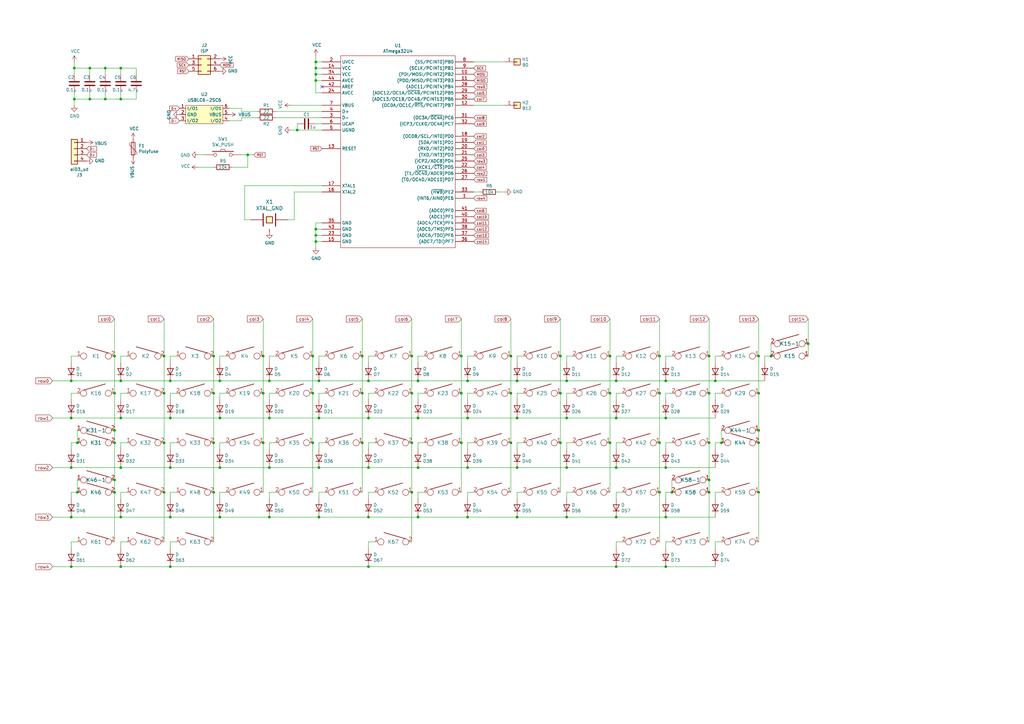
<source format=kicad_sch>
(kicad_sch (version 20211123) (generator eeschema)
  (paper "A3")
  (junction (at 101.6 63.5))
  (junction (at 209.55 181.61))
  (junction (at 128.27 146.05))
  (junction (at 168.91 201.93))
  (junction (at 107.95 181.61))
  (junction (at 121.92 53.34))
  (junction (at 46.99 201.93))
  (junction (at 191.77 212.09))
  (junction (at 90.17 156.21))
  (junction (at 49.53 212.09))
  (junction (at 290.83 146.05))
  (junction (at 168.91 161.29))
  (junction (at 130.81 156.21))
  (junction (at 46.99 176.53))
  (junction (at 171.45 171.45))
  (junction (at 311.15 176.53))
  (junction (at 31.75 181.61))
  (junction (at 273.05 212.09))
  (junction (at 49.53 191.77))
  (junction (at 148.59 161.29))
  (junction (at 171.45 212.09))
  (junction (at 107.95 161.29))
  (junction (at 252.73 156.21))
  (junction (at 30.48 40.64))
  (junction (at 69.85 156.21))
  (junction (at 46.99 161.29))
  (junction (at 129.54 30.48))
  (junction (at 69.85 191.77))
  (junction (at 148.59 146.05))
  (junction (at 46.99 181.61))
  (junction (at 151.13 212.09))
  (junction (at 273.05 171.45))
  (junction (at 232.41 171.45))
  (junction (at 229.87 146.05))
  (junction (at 67.31 146.05))
  (junction (at 36.83 27.94))
  (junction (at 316.23 146.05))
  (junction (at 129.54 93.98))
  (junction (at 212.09 156.21))
  (junction (at 29.21 191.77))
  (junction (at 151.13 191.77))
  (junction (at 191.77 171.45))
  (junction (at 29.21 171.45))
  (junction (at 43.18 40.64))
  (junction (at 67.31 201.93))
  (junction (at 275.59 201.93))
  (junction (at 293.37 156.21))
  (junction (at 29.21 156.21))
  (junction (at 128.27 181.61))
  (junction (at 189.23 181.61))
  (junction (at 295.91 181.61))
  (junction (at 273.05 232.41))
  (junction (at 49.53 232.41))
  (junction (at 212.09 171.45))
  (junction (at 90.17 191.77))
  (junction (at 311.15 181.61))
  (junction (at 232.41 191.77))
  (junction (at 252.73 212.09))
  (junction (at 49.53 27.94))
  (junction (at 31.75 201.93))
  (junction (at 168.91 146.05))
  (junction (at 191.77 191.77))
  (junction (at 29.21 212.09))
  (junction (at 129.54 99.06))
  (junction (at 110.49 171.45))
  (junction (at 191.77 156.21))
  (junction (at 69.85 232.41))
  (junction (at 87.63 146.05))
  (junction (at 311.15 201.93))
  (junction (at 232.41 212.09))
  (junction (at 273.05 156.21))
  (junction (at 49.53 40.64))
  (junction (at 129.54 96.52))
  (junction (at 311.15 161.29))
  (junction (at 110.49 156.21))
  (junction (at 110.49 191.77))
  (junction (at 229.87 161.29))
  (junction (at 212.09 191.77))
  (junction (at 110.49 212.09))
  (junction (at 130.81 171.45))
  (junction (at 87.63 181.61))
  (junction (at 129.54 25.4))
  (junction (at 212.09 212.09))
  (junction (at 46.99 196.85))
  (junction (at 107.95 146.05))
  (junction (at 151.13 171.45))
  (junction (at 290.83 181.61))
  (junction (at 250.19 181.61))
  (junction (at 128.27 161.29))
  (junction (at 46.99 146.05))
  (junction (at 250.19 161.29))
  (junction (at 311.15 146.05))
  (junction (at 252.73 191.77))
  (junction (at 252.73 171.45))
  (junction (at 168.91 181.61))
  (junction (at 189.23 161.29))
  (junction (at 290.83 201.93))
  (junction (at 151.13 232.41))
  (junction (at 270.51 181.61))
  (junction (at 90.17 171.45))
  (junction (at 87.63 161.29))
  (junction (at 151.13 156.21))
  (junction (at 148.59 181.61))
  (junction (at 290.83 196.85))
  (junction (at 189.23 146.05))
  (junction (at 129.54 27.94))
  (junction (at 270.51 161.29))
  (junction (at 171.45 191.77))
  (junction (at 49.53 156.21))
  (junction (at 331.47 140.97))
  (junction (at 69.85 171.45))
  (junction (at 209.55 146.05))
  (junction (at 29.21 232.41))
  (junction (at 273.05 191.77))
  (junction (at 232.41 156.21))
  (junction (at 30.48 27.94))
  (junction (at 129.54 33.02))
  (junction (at 290.83 161.29))
  (junction (at 67.31 161.29))
  (junction (at 250.19 146.05))
  (junction (at 49.53 171.45))
  (junction (at 270.51 201.93))
  (junction (at 252.73 232.41))
  (junction (at 43.18 27.94))
  (junction (at 67.31 181.61))
  (junction (at 171.45 156.21))
  (junction (at 209.55 161.29))
  (junction (at 69.85 212.09))
  (junction (at 130.81 212.09))
  (junction (at 90.17 212.09))
  (junction (at 130.81 191.77))
  (junction (at 229.87 181.61))
  (junction (at 36.83 40.64))
  (junction (at 87.63 201.93))
  (junction (at 270.51 146.05))
  (no_connect (at 132.08 35.56))
  (wire (pts (xy 293.37 232.41) (xy 273.05 232.41)))
  (wire (pts (xy 252.73 156.21) (xy 273.05 156.21)))
  (wire (pts (xy 232.41 184.15) (xy 232.41 181.61)))
  (wire (pts (xy 293.37 146.05) (xy 295.91 146.05)))
  (wire (pts (xy 30.48 40.64) (xy 36.83 40.64)))
  (wire (pts (xy 191.77 163.83) (xy 191.77 161.29)))
  (wire (pts (xy 273.05 232.41) (xy 252.73 232.41)))
  (wire (pts (xy 130.81 184.15) (xy 130.81 181.61)))
  (wire (pts (xy 273.05 224.79) (xy 273.05 222.25)))
  (wire (pts (xy 29.21 156.21) (xy 49.53 156.21)))
  (wire (pts (xy 43.18 40.64) (xy 43.18 38.1)))
  (wire (pts (xy 171.45 163.83) (xy 171.45 161.29)))
  (wire (pts (xy 130.81 171.45) (xy 151.13 171.45)))
  (wire (pts (xy 130.81 161.29) (xy 133.35 161.29)))
  (wire (pts (xy 110.49 204.47) (xy 110.49 201.93)))
  (wire (pts (xy 30.48 27.94) (xy 30.48 30.48)))
  (wire (pts (xy 212.09 191.77) (xy 191.77 191.77)))
  (wire (pts (xy 100.33 90.17) (xy 100.33 76.2)))
  (wire (pts (xy 69.85 146.05) (xy 72.39 146.05)))
  (wire (pts (xy 129.54 101.6) (xy 129.54 99.06)))
  (wire (pts (xy 31.75 196.85) (xy 31.75 201.93)))
  (wire (pts (xy 69.85 222.25) (xy 72.39 222.25)))
  (wire (pts (xy 191.77 212.09) (xy 212.09 212.09)))
  (wire (pts (xy 46.99 181.61) (xy 46.99 196.85)))
  (wire (pts (xy 311.15 146.05) (xy 311.15 161.29)))
  (wire (pts (xy 29.21 146.05) (xy 31.75 146.05)))
  (wire (pts (xy 229.87 161.29) (xy 229.87 181.61)))
  (wire (pts (xy 93.98 44.45) (xy 99.06 44.45)))
  (wire (pts (xy 212.09 161.29) (xy 214.63 161.29)))
  (wire (pts (xy 293.37 222.25) (xy 295.91 222.25)))
  (wire (pts (xy 55.88 27.94) (xy 55.88 30.48)))
  (wire (pts (xy 232.41 146.05) (xy 234.95 146.05)))
  (wire (pts (xy 49.53 40.64) (xy 55.88 40.64)))
  (wire (pts (xy 293.37 148.59) (xy 293.37 146.05)))
  (wire (pts (xy 207.01 78.74) (xy 204.47 78.74)))
  (wire (pts (xy 171.45 212.09) (xy 191.77 212.09)))
  (wire (pts (xy 151.13 224.79) (xy 151.13 222.25)))
  (wire (pts (xy 81.28 63.5) (xy 83.82 63.5)))
  (wire (pts (xy 69.85 156.21) (xy 90.17 156.21)))
  (wire (pts (xy 69.85 161.29) (xy 72.39 161.29)))
  (wire (pts (xy 171.45 204.47) (xy 171.45 201.93)))
  (wire (pts (xy 151.13 171.45) (xy 171.45 171.45)))
  (wire (pts (xy 120.65 90.17) (xy 118.11 90.17)))
  (wire (pts (xy 290.83 196.85) (xy 290.83 181.61)))
  (wire (pts (xy 151.13 181.61) (xy 153.67 181.61)))
  (wire (pts (xy 90.17 161.29) (xy 92.71 161.29)))
  (wire (pts (xy 67.31 201.93) (xy 67.31 181.61)))
  (wire (pts (xy 129.54 93.98) (xy 129.54 96.52)))
  (wire (pts (xy 49.53 163.83) (xy 49.53 161.29)))
  (wire (pts (xy 232.41 163.83) (xy 232.41 161.29)))
  (wire (pts (xy 46.99 161.29) (xy 46.99 176.53)))
  (wire (pts (xy 90.17 204.47) (xy 90.17 201.93)))
  (wire (pts (xy 49.53 156.21) (xy 69.85 156.21)))
  (wire (pts (xy 99.06 44.45) (xy 99.06 45.72)))
  (wire (pts (xy 273.05 161.29) (xy 275.59 161.29)))
  (wire (pts (xy 171.45 161.29) (xy 173.99 161.29)))
  (wire (pts (xy 49.53 30.48) (xy 49.53 27.94)))
  (wire (pts (xy 273.05 212.09) (xy 293.37 212.09)))
  (wire (pts (xy 87.63 130.81) (xy 87.63 146.05)))
  (wire (pts (xy 90.17 156.21) (xy 110.49 156.21)))
  (wire (pts (xy 43.18 40.64) (xy 49.53 40.64)))
  (wire (pts (xy 130.81 212.09) (xy 151.13 212.09)))
  (wire (pts (xy 49.53 224.79) (xy 49.53 222.25)))
  (wire (pts (xy 191.77 148.59) (xy 191.77 146.05)))
  (wire (pts (xy 191.77 204.47) (xy 191.77 201.93)))
  (wire (pts (xy 29.21 148.59) (xy 29.21 146.05)))
  (wire (pts (xy 232.41 204.47) (xy 232.41 201.93)))
  (wire (pts (xy 151.13 148.59) (xy 151.13 146.05)))
  (wire (pts (xy 293.37 161.29) (xy 295.91 161.29)))
  (wire (pts (xy 46.99 201.93) (xy 46.99 222.25)))
  (wire (pts (xy 191.77 191.77) (xy 171.45 191.77)))
  (wire (pts (xy 46.99 130.81) (xy 46.99 146.05)))
  (wire (pts (xy 104.14 63.5) (xy 101.6 63.5)))
  (wire (pts (xy 132.08 93.98) (xy 129.54 93.98)))
  (wire (pts (xy 209.55 146.05) (xy 209.55 130.81)))
  (wire (pts (xy 29.21 204.47) (xy 29.21 201.93)))
  (wire (pts (xy 90.17 163.83) (xy 90.17 161.29)))
  (wire (pts (xy 90.17 184.15) (xy 90.17 181.61)))
  (wire (pts (xy 151.13 201.93) (xy 153.67 201.93)))
  (wire (pts (xy 49.53 27.94) (xy 55.88 27.94)))
  (wire (pts (xy 30.48 25.4) (xy 30.48 27.94)))
  (wire (pts (xy 49.53 161.29) (xy 52.07 161.29)))
  (wire (pts (xy 168.91 161.29) (xy 168.91 146.05)))
  (wire (pts (xy 151.13 232.41) (xy 252.73 232.41)))
  (wire (pts (xy 270.51 161.29) (xy 270.51 181.61)))
  (wire (pts (xy 252.73 212.09) (xy 273.05 212.09)))
  (wire (pts (xy 209.55 161.29) (xy 209.55 146.05)))
  (wire (pts (xy 90.17 146.05) (xy 92.71 146.05)))
  (wire (pts (xy 69.85 212.09) (xy 90.17 212.09)))
  (wire (pts (xy 49.53 184.15) (xy 49.53 181.61)))
  (wire (pts (xy 273.05 222.25) (xy 275.59 222.25)))
  (wire (pts (xy 101.6 63.5) (xy 101.6 68.58)))
  (wire (pts (xy 21.59 212.09) (xy 29.21 212.09)))
  (wire (pts (xy 129.54 99.06) (xy 132.08 99.06)))
  (wire (pts (xy 311.15 161.29) (xy 311.15 176.53)))
  (wire (pts (xy 29.21 212.09) (xy 49.53 212.09)))
  (wire (pts (xy 69.85 163.83) (xy 69.85 161.29)))
  (wire (pts (xy 252.73 184.15) (xy 252.73 181.61)))
  (wire (pts (xy 151.13 232.41) (xy 69.85 232.41)))
  (wire (pts (xy 129.54 91.44) (xy 129.54 93.98)))
  (wire (pts (xy 87.63 181.61) (xy 87.63 201.93)))
  (wire (pts (xy 99.06 49.53) (xy 99.06 48.26)))
  (wire (pts (xy 130.81 204.47) (xy 130.81 201.93)))
  (wire (pts (xy 30.48 40.64) (xy 30.48 43.18)))
  (wire (pts (xy 212.09 204.47) (xy 212.09 201.93)))
  (wire (pts (xy 293.37 191.77) (xy 273.05 191.77)))
  (wire (pts (xy 129.54 96.52) (xy 129.54 99.06)))
  (wire (pts (xy 313.69 146.05) (xy 316.23 146.05)))
  (wire (pts (xy 232.41 191.77) (xy 212.09 191.77)))
  (wire (pts (xy 90.17 148.59) (xy 90.17 146.05)))
  (wire (pts (xy 232.41 148.59) (xy 232.41 146.05)))
  (wire (pts (xy 31.75 176.53) (xy 31.75 181.61)))
  (wire (pts (xy 29.21 191.77) (xy 21.59 191.77)))
  (wire (pts (xy 270.51 181.61) (xy 270.51 201.93)))
  (wire (pts (xy 49.53 212.09) (xy 69.85 212.09)))
  (wire (pts (xy 49.53 204.47) (xy 49.53 201.93)))
  (wire (pts (xy 212.09 156.21) (xy 232.41 156.21)))
  (wire (pts (xy 49.53 40.64) (xy 49.53 38.1)))
  (wire (pts (xy 171.45 146.05) (xy 173.99 146.05)))
  (wire (pts (xy 331.47 146.05) (xy 331.47 140.97)))
  (wire (pts (xy 110.49 184.15) (xy 110.49 181.61)))
  (wire (pts (xy 46.99 176.53) (xy 46.99 181.61)))
  (wire (pts (xy 129.54 33.02) (xy 129.54 38.1)))
  (wire (pts (xy 252.73 201.93) (xy 255.27 201.93)))
  (wire (pts (xy 252.73 191.77) (xy 232.41 191.77)))
  (wire (pts (xy 132.08 43.18) (xy 119.38 43.18)))
  (wire (pts (xy 132.08 27.94) (xy 129.54 27.94)))
  (wire (pts (xy 151.13 222.25) (xy 153.67 222.25)))
  (wire (pts (xy 212.09 201.93) (xy 214.63 201.93)))
  (wire (pts (xy 171.45 156.21) (xy 191.77 156.21)))
  (wire (pts (xy 55.88 40.64) (xy 55.88 38.1)))
  (wire (pts (xy 100.33 76.2) (xy 132.08 76.2)))
  (wire (pts (xy 293.37 184.15) (xy 293.37 181.61)))
  (wire (pts (xy 290.83 181.61) (xy 290.83 161.29)))
  (wire (pts (xy 93.98 49.53) (xy 99.06 49.53)))
  (wire (pts (xy 107.95 181.61) (xy 107.95 201.93)))
  (wire (pts (xy 67.31 146.05) (xy 67.31 130.81)))
  (wire (pts (xy 232.41 156.21) (xy 252.73 156.21)))
  (wire (pts (xy 132.08 33.02) (xy 129.54 33.02)))
  (wire (pts (xy 119.38 53.34) (xy 121.92 53.34)))
  (wire (pts (xy 293.37 181.61) (xy 295.91 181.61)))
  (wire (pts (xy 191.77 201.93) (xy 194.31 201.93)))
  (wire (pts (xy 90.17 171.45) (xy 110.49 171.45)))
  (wire (pts (xy 151.13 204.47) (xy 151.13 201.93)))
  (wire (pts (xy 194.31 25.4) (xy 207.01 25.4)))
  (wire (pts (xy 252.73 222.25) (xy 255.27 222.25)))
  (wire (pts (xy 29.21 171.45) (xy 49.53 171.45)))
  (wire (pts (xy 110.49 191.77) (xy 90.17 191.77)))
  (wire (pts (xy 49.53 191.77) (xy 29.21 191.77)))
  (wire (pts (xy 113.03 45.72) (xy 132.08 45.72)))
  (wire (pts (xy 168.91 181.61) (xy 168.91 161.29)))
  (wire (pts (xy 273.05 148.59) (xy 273.05 146.05)))
  (wire (pts (xy 128.27 201.93) (xy 128.27 181.61)))
  (wire (pts (xy 311.15 181.61) (xy 311.15 201.93)))
  (wire (pts (xy 293.37 204.47) (xy 293.37 201.93)))
  (wire (pts (xy 189.23 146.05) (xy 189.23 161.29)))
  (wire (pts (xy 196.85 78.74) (xy 194.31 78.74)))
  (wire (pts (xy 29.21 181.61) (xy 31.75 181.61)))
  (wire (pts (xy 212.09 171.45) (xy 232.41 171.45)))
  (wire (pts (xy 290.83 161.29) (xy 290.83 146.05)))
  (wire (pts (xy 121.92 50.8) (xy 121.92 53.34)))
  (wire (pts (xy 273.05 201.93) (xy 275.59 201.93)))
  (wire (pts (xy 87.63 161.29) (xy 87.63 181.61)))
  (wire (pts (xy 270.51 130.81) (xy 270.51 146.05)))
  (wire (pts (xy 29.21 184.15) (xy 29.21 181.61)))
  (wire (pts (xy 293.37 163.83) (xy 293.37 161.29)))
  (wire (pts (xy 67.31 181.61) (xy 67.31 161.29)))
  (wire (pts (xy 273.05 171.45) (xy 293.37 171.45)))
  (wire (pts (xy 189.23 181.61) (xy 189.23 201.93)))
  (wire (pts (xy 90.17 191.77) (xy 69.85 191.77)))
  (wire (pts (xy 130.81 191.77) (xy 110.49 191.77)))
  (wire (pts (xy 36.83 27.94) (xy 43.18 27.94)))
  (wire (pts (xy 250.19 161.29) (xy 250.19 146.05)))
  (wire (pts (xy 100.33 90.17) (xy 102.87 90.17)))
  (wire (pts (xy 316.23 140.97) (xy 316.23 146.05)))
  (wire (pts (xy 168.91 201.93) (xy 168.91 181.61)))
  (wire (pts (xy 128.27 181.61) (xy 128.27 161.29)))
  (wire (pts (xy 191.77 146.05) (xy 194.31 146.05)))
  (wire (pts (xy 252.73 181.61) (xy 255.27 181.61)))
  (wire (pts (xy 49.53 148.59) (xy 49.53 146.05)))
  (wire (pts (xy 110.49 156.21) (xy 130.81 156.21)))
  (wire (pts (xy 110.49 201.93) (xy 113.03 201.93)))
  (wire (pts (xy 151.13 184.15) (xy 151.13 181.61)))
  (wire (pts (xy 110.49 161.29) (xy 113.03 161.29)))
  (wire (pts (xy 36.83 40.64) (xy 43.18 40.64)))
  (wire (pts (xy 67.31 222.25) (xy 67.31 201.93)))
  (wire (pts (xy 232.41 171.45) (xy 252.73 171.45)))
  (wire (pts (xy 81.28 68.58) (xy 87.63 68.58)))
  (wire (pts (xy 171.45 191.77) (xy 151.13 191.77)))
  (wire (pts (xy 209.55 181.61) (xy 209.55 161.29)))
  (wire (pts (xy 191.77 156.21) (xy 212.09 156.21)))
  (wire (pts (xy 36.83 30.48) (xy 36.83 27.94)))
  (wire (pts (xy 293.37 224.79) (xy 293.37 222.25)))
  (wire (pts (xy 69.85 181.61) (xy 72.39 181.61)))
  (wire (pts (xy 113.03 48.26) (xy 132.08 48.26)))
  (wire (pts (xy 313.69 148.59) (xy 313.69 146.05)))
  (wire (pts (xy 69.85 171.45) (xy 90.17 171.45)))
  (wire (pts (xy 29.21 163.83) (xy 29.21 161.29)))
  (wire (pts (xy 311.15 201.93) (xy 311.15 222.25)))
  (wire (pts (xy 212.09 163.83) (xy 212.09 161.29)))
  (wire (pts (xy 49.53 146.05) (xy 52.07 146.05)))
  (wire (pts (xy 110.49 171.45) (xy 130.81 171.45)))
  (wire (pts (xy 252.73 163.83) (xy 252.73 161.29)))
  (wire (pts (xy 36.83 40.64) (xy 36.83 38.1)))
  (wire (pts (xy 69.85 148.59) (xy 69.85 146.05)))
  (wire (pts (xy 171.45 181.61) (xy 173.99 181.61)))
  (wire (pts (xy 49.53 232.41) (xy 29.21 232.41)))
  (wire (pts (xy 168.91 146.05) (xy 168.91 130.81)))
  (wire (pts (xy 87.63 201.93) (xy 87.63 222.25)))
  (wire (pts (xy 21.59 171.45) (xy 29.21 171.45)))
  (wire (pts (xy 194.31 43.18) (xy 207.01 43.18)))
  (wire (pts (xy 212.09 146.05) (xy 214.63 146.05)))
  (wire (pts (xy 273.05 184.15) (xy 273.05 181.61)))
  (wire (pts (xy 232.41 161.29) (xy 234.95 161.29)))
  (wire (pts (xy 69.85 184.15) (xy 69.85 181.61)))
  (wire (pts (xy 29.21 201.93) (xy 31.75 201.93)))
  (wire (pts (xy 29.21 161.29) (xy 31.75 161.29)))
  (wire (pts (xy 151.13 146.05) (xy 153.67 146.05)))
  (wire (pts (xy 151.13 161.29) (xy 153.67 161.29)))
  (wire (pts (xy 232.41 212.09) (xy 252.73 212.09)))
  (wire (pts (xy 110.49 148.59) (xy 110.49 146.05)))
  (wire (pts (xy 49.53 171.45) (xy 69.85 171.45)))
  (wire (pts (xy 189.23 161.29) (xy 189.23 181.61)))
  (wire (pts (xy 252.73 171.45) (xy 273.05 171.45)))
  (wire (pts (xy 132.08 30.48) (xy 129.54 30.48)))
  (wire (pts (xy 229.87 130.81) (xy 229.87 146.05)))
  (wire (pts (xy 148.59 181.61) (xy 148.59 201.93)))
  (wire (pts (xy 69.85 191.77) (xy 49.53 191.77)))
  (wire (pts (xy 90.17 201.93) (xy 92.71 201.93)))
  (wire (pts (xy 132.08 96.52) (xy 129.54 96.52)))
  (wire (pts (xy 110.49 181.61) (xy 113.03 181.61)))
  (wire (pts (xy 171.45 148.59) (xy 171.45 146.05)))
  (wire (pts (xy 252.73 161.29) (xy 255.27 161.29)))
  (wire (pts (xy 252.73 224.79) (xy 252.73 222.25)))
  (wire (pts (xy 120.65 78.74) (xy 120.65 90.17)))
  (wire (pts (xy 252.73 204.47) (xy 252.73 201.93)))
  (wire (pts (xy 132.08 25.4) (xy 129.54 25.4)))
  (wire (pts (xy 290.83 201.93) (xy 290.83 196.85)))
  (wire (pts (xy 49.53 181.61) (xy 52.07 181.61)))
  (wire (pts (xy 232.41 181.61) (xy 234.95 181.61)))
  (wire (pts (xy 87.63 146.05) (xy 87.63 161.29)))
  (wire (pts (xy 250.19 181.61) (xy 250.19 161.29)))
  (wire (pts (xy 43.18 27.94) (xy 49.53 27.94)))
  (wire (pts (xy 69.85 204.47) (xy 69.85 201.93)))
  (wire (pts (xy 69.85 201.93) (xy 72.39 201.93)))
  (wire (pts (xy 130.81 156.21) (xy 151.13 156.21)))
  (wire (pts (xy 129.54 38.1) (xy 132.08 38.1)))
  (wire (pts (xy 132.08 91.44) (xy 129.54 91.44)))
  (wire (pts (xy 212.09 212.09) (xy 232.41 212.09)))
  (wire (pts (xy 270.51 201.93) (xy 270.51 222.25)))
  (wire (pts (xy 130.81 146.05) (xy 133.35 146.05)))
  (wire (pts (xy 49.53 201.93) (xy 52.07 201.93)))
  (wire (pts (xy 130.81 163.83) (xy 130.81 161.29)))
  (wire (pts (xy 99.06 45.72) (xy 105.41 45.72)))
  (wire (pts (xy 129.54 30.48) (xy 129.54 33.02)))
  (wire (pts (xy 252.73 146.05) (xy 255.27 146.05)))
  (wire (pts (xy 121.92 53.34) (xy 132.08 53.34)))
  (wire (pts (xy 107.95 161.29) (xy 107.95 181.61)))
  (wire (pts (xy 270.51 146.05) (xy 270.51 161.29)))
  (wire (pts (xy 99.06 63.5) (xy 101.6 63.5)))
  (wire (pts (xy 130.81 201.93) (xy 133.35 201.93)))
  (wire (pts (xy 191.77 161.29) (xy 194.31 161.29)))
  (wire (pts (xy 67.31 161.29) (xy 67.31 146.05)))
  (wire (pts (xy 46.99 146.05) (xy 46.99 161.29)))
  (wire (pts (xy 101.6 68.58) (xy 95.25 68.58)))
  (wire (pts (xy 171.45 184.15) (xy 171.45 181.61)))
  (wire (pts (xy 69.85 224.79) (xy 69.85 222.25)))
  (wire (pts (xy 311.15 176.53) (xy 311.15 181.61)))
  (wire (pts (xy 168.91 222.25) (xy 168.91 201.93)))
  (wire (pts (xy 293.37 156.21) (xy 313.69 156.21)))
  (wire (pts (xy 129.54 27.94) (xy 129.54 30.48)))
  (wire (pts (xy 273.05 191.77) (xy 252.73 191.77)))
  (wire (pts (xy 275.59 196.85) (xy 275.59 201.93)))
  (wire (pts (xy 129.54 22.86) (xy 129.54 25.4)))
  (wire (pts (xy 191.77 181.61) (xy 194.31 181.61)))
  (wire (pts (xy 21.59 156.21) (xy 29.21 156.21)))
  (wire (pts (xy 29.21 232.41) (xy 21.59 232.41)))
  (wire (pts (xy 107.95 146.05) (xy 107.95 161.29)))
  (wire (pts (xy 110.49 212.09) (xy 130.81 212.09)))
  (wire (pts (xy 151.13 163.83) (xy 151.13 161.29)))
  (wire (pts (xy 130.81 181.61) (xy 133.35 181.61)))
  (wire (pts (xy 29.21 222.25) (xy 31.75 222.25)))
  (wire (pts (xy 43.18 30.48) (xy 43.18 27.94)))
  (wire (pts (xy 229.87 181.61) (xy 229.87 201.93)))
  (wire (pts (xy 171.45 201.93) (xy 173.99 201.93)))
  (wire (pts (xy 290.83 222.25) (xy 290.83 201.93)))
  (wire (pts (xy 273.05 156.21) (xy 293.37 156.21)))
  (wire (pts (xy 129.54 25.4) (xy 129.54 27.94)))
  (wire (pts (xy 29.21 224.79) (xy 29.21 222.25)))
  (wire (pts (xy 110.49 163.83) (xy 110.49 161.29)))
  (wire (pts (xy 250.19 201.93) (xy 250.19 181.61)))
  (wire (pts (xy 128.27 146.05) (xy 128.27 130.81)))
  (wire (pts (xy 295.91 176.53) (xy 295.91 181.61)))
  (wire (pts (xy 99.06 48.26) (xy 105.41 48.26)))
  (wire (pts (xy 252.73 148.59) (xy 252.73 146.05)))
  (wire (pts (xy 250.19 146.05) (xy 250.19 130.81)))
  (wire (pts (xy 128.27 161.29) (xy 128.27 146.05)))
  (wire (pts (xy 311.15 130.81) (xy 311.15 146.05)))
  (wire (pts (xy 148.59 146.05) (xy 148.59 161.29)))
  (wire (pts (xy 232.41 201.93) (xy 234.95 201.93)))
  (wire (pts (xy 273.05 181.61) (xy 275.59 181.61)))
  (wire (pts (xy 212.09 181.61) (xy 214.63 181.61)))
  (wire (pts (xy 90.17 181.61) (xy 92.71 181.61)))
  (wire (pts (xy 212.09 148.59) (xy 212.09 146.05)))
  (wire (pts (xy 293.37 201.93) (xy 295.91 201.93)))
  (wire (pts (xy 209.55 201.93) (xy 209.55 181.61)))
  (wire (pts (xy 191.77 171.45) (xy 212.09 171.45)))
  (wire (pts (xy 148.59 130.81) (xy 148.59 146.05)))
  (wire (pts (xy 229.87 146.05) (xy 229.87 161.29)))
  (wire (pts (xy 331.47 140.97) (xy 331.47 130.81)))
  (wire (pts (xy 132.08 50.8) (xy 129.54 50.8)))
  (wire (pts (xy 290.83 146.05) (xy 290.83 130.81)))
  (wire (pts (xy 273.05 146.05) (xy 275.59 146.05)))
  (wire (pts (xy 69.85 232.41) (xy 49.53 232.41)))
  (wire (pts (xy 49.53 222.25) (xy 52.07 222.25)))
  (wire (pts (xy 151.13 212.09) (xy 171.45 212.09)))
  (wire (pts (xy 148.59 161.29) (xy 148.59 181.61)))
  (wire (pts (xy 273.05 163.83) (xy 273.05 161.29)))
  (wire (pts (xy 30.48 27.94) (xy 36.83 27.94)))
  (wire (pts (xy 110.49 146.05) (xy 113.03 146.05)))
  (wire (pts (xy 189.23 130.81) (xy 189.23 146.05)))
  (wire (pts (xy 130.81 148.59) (xy 130.81 146.05)))
  (wire (pts (xy 151.13 191.77) (xy 130.81 191.77)))
  (wire (pts (xy 46.99 196.85) (xy 46.99 201.93)))
  (wire (pts (xy 151.13 156.21) (xy 171.45 156.21)))
  (wire (pts (xy 30.48 38.1) (xy 30.48 40.64)))
  (wire (pts (xy 191.77 184.15) (xy 191.77 181.61)))
  (wire (pts (xy 107.95 130.81) (xy 107.95 146.05)))
  (wire (pts (xy 90.17 212.09) (xy 110.49 212.09)))
  (wire (pts (xy 212.09 184.15) (xy 212.09 181.61)))
  (wire (pts (xy 132.08 78.74) (xy 120.65 78.74)))
  (wire (pts (xy 171.45 171.45) (xy 191.77 171.45)))
  (wire (pts (xy 273.05 204.47) (xy 273.05 201.93)))
  (global_label "col8" (shape input) (at 194.31 48.26 0) (effects (font (size 0.9906 0.9906))) (property "Intersheet References" "${INTERSHEET_REFS}" (effects hide)))
  (global_label "col4" (shape input) (at 194.31 68.58 0) (effects (font (size 0.9906 0.9906))) (property "Intersheet References" "${INTERSHEET_REFS}" (effects hide)))
  (global_label "col0" (shape input) (at 46.99 130.81 180) (property "Intersheet References" "${INTERSHEET_REFS}" (effects hide)))
  (global_label "col4" (shape input) (at 128.27 130.81 180) (property "Intersheet References" "${INTERSHEET_REFS}" (effects hide)))
  (global_label "row4" (shape input) (at 21.59 232.41 180) (property "Intersheet References" "${INTERSHEET_REFS}" (effects hide)))
  (global_label "row3" (shape input) (at 194.31 66.04 0) (effects (font (size 0.9906 0.9906))) (property "Intersheet References" "${INTERSHEET_REFS}" (effects hide)))
  (global_label "row2" (shape input) (at 21.59 191.77 180) (property "Intersheet References" "${INTERSHEET_REFS}" (effects hide)))
  (global_label "D+" (shape input) (at 73.66 44.45 180) (effects (font (size 0.9906 0.9906))) (property "Intersheet References" "${INTERSHEET_REFS}" (effects hide)))
  (global_label "col6" (shape input) (at 168.91 130.81 180) (property "Intersheet References" "${INTERSHEET_REFS}" (effects hide)))
  (global_label "D-" (shape input) (at 35.56 60.96 0) (effects (font (size 0.9906 0.9906))) (property "Intersheet References" "${INTERSHEET_REFS}" (effects hide)))
  (global_label "MISO" (shape input) (at 77.47 24.13 180) (effects (font (size 0.9906 0.9906))) (property "Intersheet References" "${INTERSHEET_REFS}" (effects hide)))
  (global_label "col1" (shape input) (at 194.31 58.42 0) (effects (font (size 0.9906 0.9906))) (property "Intersheet References" "${INTERSHEET_REFS}" (effects hide)))
  (global_label "col3" (shape input) (at 107.95 130.81 180) (property "Intersheet References" "${INTERSHEET_REFS}" (effects hide)))
  (global_label "RST" (shape input) (at 77.47 29.21 180) (effects (font (size 0.9906 0.9906))) (property "Intersheet References" "${INTERSHEET_REFS}" (effects hide)))
  (global_label "SCK" (shape input) (at 194.31 27.94 0) (effects (font (size 0.9906 0.9906))) (property "Intersheet References" "${INTERSHEET_REFS}" (effects hide)))
  (global_label "col5" (shape input) (at 194.31 38.1 0) (effects (font (size 0.9906 0.9906))) (property "Intersheet References" "${INTERSHEET_REFS}" (effects hide)))
  (global_label "col12" (shape input) (at 194.31 93.98 0) (effects (font (size 0.9906 0.9906))) (property "Intersheet References" "${INTERSHEET_REFS}" (effects hide)))
  (global_label "D-" (shape input) (at 73.66 49.53 180) (effects (font (size 0.9906 0.9906))) (property "Intersheet References" "${INTERSHEET_REFS}" (effects hide)))
  (global_label "col11" (shape input) (at 270.51 130.81 180) (property "Intersheet References" "${INTERSHEET_REFS}" (effects hide)))
  (global_label "col0" (shape input) (at 194.31 60.96 0) (effects (font (size 0.9906 0.9906))) (property "Intersheet References" "${INTERSHEET_REFS}" (effects hide)))
  (global_label "col2" (shape input) (at 194.31 55.88 0) (effects (font (size 0.9906 0.9906))) (property "Intersheet References" "${INTERSHEET_REFS}" (effects hide)))
  (global_label "col9" (shape input) (at 194.31 50.8 0) (effects (font (size 0.9906 0.9906))) (property "Intersheet References" "${INTERSHEET_REFS}" (effects hide)))
  (global_label "row0" (shape input) (at 21.59 156.21 180) (property "Intersheet References" "${INTERSHEET_REFS}" (effects hide)))
  (global_label "col13" (shape input) (at 311.15 130.81 180) (property "Intersheet References" "${INTERSHEET_REFS}" (effects hide)))
  (global_label "row1" (shape input) (at 21.59 171.45 180) (property "Intersheet References" "${INTERSHEET_REFS}" (effects hide)))
  (global_label "col1" (shape input) (at 67.31 130.81 180) (property "Intersheet References" "${INTERSHEET_REFS}" (effects hide)))
  (global_label "col10" (shape input) (at 194.31 88.9 0) (effects (font (size 0.9906 0.9906))) (property "Intersheet References" "${INTERSHEET_REFS}" (effects hide)))
  (global_label "col14" (shape input) (at 194.31 99.06 0) (effects (font (size 0.9906 0.9906))) (property "Intersheet References" "${INTERSHEET_REFS}" (effects hide)))
  (global_label "MOSI" (shape input) (at 90.17 26.67 0) (effects (font (size 0.9906 0.9906))) (property "Intersheet References" "${INTERSHEET_REFS}" (effects hide)))
  (global_label "row0" (shape input) (at 194.31 35.56 0) (effects (font (size 0.9906 0.9906))) (property "Intersheet References" "${INTERSHEET_REFS}" (effects hide)))
  (global_label "row1" (shape input) (at 194.31 73.66 0) (effects (font (size 0.9906 0.9906))) (property "Intersheet References" "${INTERSHEET_REFS}" (effects hide)))
  (global_label "col14" (shape input) (at 331.47 130.81 180) (property "Intersheet References" "${INTERSHEET_REFS}" (effects hide)))
  (global_label "col11" (shape input) (at 194.31 91.44 0) (effects (font (size 0.9906 0.9906))) (property "Intersheet References" "${INTERSHEET_REFS}" (effects hide)))
  (global_label "col3" (shape input) (at 194.31 63.5 0) (effects (font (size 0.9906 0.9906))) (property "Intersheet References" "${INTERSHEET_REFS}" (effects hide)))
  (global_label "col6" (shape input) (at 194.31 86.36 0) (effects (font (size 0.9906 0.9906))) (property "Intersheet References" "${INTERSHEET_REFS}" (effects hide)))
  (global_label "RST" (shape input) (at 132.08 60.96 180) (effects (font (size 0.9906 0.9906))) (property "Intersheet References" "${INTERSHEET_REFS}" (effects hide)))
  (global_label "col12" (shape input) (at 290.83 130.81 180) (property "Intersheet References" "${INTERSHEET_REFS}" (effects hide)))
  (global_label "D+" (shape input) (at 35.56 63.5 0) (effects (font (size 0.9906 0.9906))) (property "Intersheet References" "${INTERSHEET_REFS}" (effects hide)))
  (global_label "RST" (shape input) (at 104.14 63.5 0) (effects (font (size 0.9906 0.9906))) (property "Intersheet References" "${INTERSHEET_REFS}" (effects hide)))
  (global_label "col2" (shape input) (at 87.63 130.81 180) (property "Intersheet References" "${INTERSHEET_REFS}" (effects hide)))
  (global_label "col13" (shape input) (at 194.31 96.52 0) (effects (font (size 0.9906 0.9906))) (property "Intersheet References" "${INTERSHEET_REFS}" (effects hide)))
  (global_label "MISO" (shape input) (at 194.31 33.02 0) (effects (font (size 0.9906 0.9906))) (property "Intersheet References" "${INTERSHEET_REFS}" (effects hide)))
  (global_label "col8" (shape input) (at 209.55 130.81 180) (property "Intersheet References" "${INTERSHEET_REFS}" (effects hide)))
  (global_label "col10" (shape input) (at 250.19 130.81 180) (property "Intersheet References" "${INTERSHEET_REFS}" (effects hide)))
  (global_label "SCK" (shape input) (at 77.47 26.67 180) (effects (font (size 0.9906 0.9906))) (property "Intersheet References" "${INTERSHEET_REFS}" (effects hide)))
  (global_label "MOSI" (shape input) (at 194.31 30.48 0) (effects (font (size 0.9906 0.9906))) (property "Intersheet References" "${INTERSHEET_REFS}" (effects hide)))
  (global_label "row4" (shape input) (at 194.31 81.28 0) (effects (font (size 0.9906 0.9906))) (property "Intersheet References" "${INTERSHEET_REFS}" (effects hide)))
  (global_label "row2" (shape input) (at 194.31 71.12 0) (effects (font (size 0.9906 0.9906))) (property "Intersheet References" "${INTERSHEET_REFS}" (effects hide)))
  (global_label "col9" (shape input) (at 229.87 130.81 180) (property "Intersheet References" "${INTERSHEET_REFS}" (effects hide)))
  (global_label "col5" (shape input) (at 148.59 130.81 180) (property "Intersheet References" "${INTERSHEET_REFS}" (effects hide)))
  (global_label "col7" (shape input) (at 194.31 40.64 0) (effects (font (size 0.9906 0.9906))) (property "Intersheet References" "${INTERSHEET_REFS}" (effects hide)))
  (global_label "col7" (shape input) (at 189.23 130.81 180) (property "Intersheet References" "${INTERSHEET_REFS}" (effects hide)))
  (global_label "row3" (shape input) (at 21.59 212.09 180) (property "Intersheet References" "${INTERSHEET_REFS}" (effects hide)))
  (symbol (lib_id "atmel:ATmega32U4") (at 163.83 64.77 0) (unit 1)
    (property "Reference" "U1" (at 163.195 18.669 0))
    (property "Value" "ATmega32U4" (at 163.195 20.9804 0))
    (property "Footprint" "Keeb_components:ATMEGA32U4" (effects hide))
  )
  (symbol (lib_id "Device:R") (at 109.22 45.72 270) (unit 1)
    (property "Reference" "R1" (at 109.22 43.18 90))
    (property "Value" "22" (at 109.22 45.72 90))
    (property "Footprint" "Keeb_components:R_0805" (effects hide))
  )
  (symbol (lib_id "Device:R") (at 109.22 48.26 90) (unit 1)
    (property "Reference" "R2" (at 109.22 50.8 90))
    (property "Value" "22" (at 109.22 48.26 90))
    (property "Footprint" "Keeb_components:R_0805" (effects hide))
  )
  (symbol (lib_id "Power:GND") (at 119.38 53.34 270) (unit 1)
    (property "Reference" "#PWR0101" (effects hide))
    (property "Value" "GND" (at 114.9858 53.467 0))
  )
  (symbol (lib_id "Power:VCC") (at 129.54 22.86 0) (unit 1)
    (property "Reference" "#PWR0103" (effects hide))
    (property "Value" "VCC" (at 129.9718 18.4658 0))
  )
  (symbol (lib_id "keyboard_parts:SW_PUSH") (at 91.44 63.5 0) (unit 1)
    (property "Reference" "SW1" (at 91.44 57.023 0))
    (property "Value" "SW_PUSH" (at 91.44 59.3344 0))
    (property "Footprint" "Button_Switch_SMD:SW_SPST_TL3342" (effects hide))
  )
  (symbol (lib_id "Power:VCC") (at 81.28 68.58 90) (unit 1)
    (property "Reference" "#PWR0104" (effects hide))
    (property "Value" "VCC" (at 78.0542 68.1228 90) (effects (justify left)))
  )
  (symbol (lib_id "Device:R") (at 91.44 68.58 270) (unit 1)
    (property "Reference" "R5" (at 91.44 66.04 90))
    (property "Value" "10k" (at 91.44 68.58 90))
    (property "Footprint" "Keeb_components:R_0805" (effects hide))
  )
  (symbol (lib_id "Power:GND") (at 81.28 63.5 270) (unit 1)
    (property "Reference" "#PWR0105" (effects hide))
    (property "Value" "GND" (at 78.0288 63.627 90) (effects (justify right)))
  )
  (symbol (lib_id "Device:R") (at 200.66 78.74 270) (unit 1)
    (property "Reference" "R6" (at 200.66 76.2 90))
    (property "Value" "10k" (at 200.66 78.74 90))
    (property "Footprint" "Keeb_components:R_0805" (effects hide))
  )
  (symbol (lib_id "Power:GND") (at 207.01 78.74 90) (unit 1)
    (property "Reference" "#PWR0106" (effects hide))
    (property "Value" "GND" (at 210.2612 78.613 90) (effects (justify right)))
  )
  (symbol (lib_id "Device:C") (at 125.73 50.8 270) (unit 1)
    (property "Reference" "C1" (at 125.73 46.99 90))
    (property "Value" "1u" (at 128.27 52.07 90))
    (property "Footprint" "Keeb_components:C_0805" (effects hide))
  )
  (symbol (lib_id "keyboard_parts:XTAL_GND") (at 110.49 90.17 0) (unit 1)
    (property "Reference" "X1" (at 110.49 82.7532 0) (effects (font (size 1.524 1.524))))
    (property "Value" "XTAL_GND" (at 110.49 85.4456 0) (effects (font (size 1.524 1.524))))
    (property "Footprint" "Keeb_components:Resonator_SMD_muRata_CSTNExxV-3Pin-p1.2" (effects hide))
  )
  (symbol (lib_id "Power:GND") (at 110.49 95.25 0) (unit 1)
    (property "Reference" "#PWR0107" (effects hide))
    (property "Value" "GND" (at 110.617 99.6442 0))
  )
  (symbol (lib_id "Power:GND") (at 129.54 101.6 0) (unit 1)
    (property "Reference" "#PWR0108" (effects hide))
    (property "Value" "GND" (at 129.667 105.9942 0))
  )
  (symbol (lib_id "Power:VCC") (at 30.48 25.4 0) (unit 1)
    (property "Reference" "#PWR0109" (effects hide))
    (property "Value" "VCC" (at 30.9118 21.0058 0))
  )
  (symbol (lib_id "Power:GND") (at 30.48 43.18 0) (unit 1)
    (property "Reference" "#PWR0110" (effects hide))
    (property "Value" "GND" (at 30.607 47.5742 0))
  )
  (symbol (lib_id "Device:C") (at 30.48 34.29 180) (unit 1)
    (property "Reference" "C2" (at 29.21 31.75 0))
    (property "Value" "0.1u" (at 29.21 36.83 0))
    (property "Footprint" "Keeb_components:C_0805" (effects hide))
  )
  (symbol (lib_id "Device:C") (at 36.83 34.29 180) (unit 1)
    (property "Reference" "C3" (at 35.56 31.75 0))
    (property "Value" "0.1u" (at 35.56 36.83 0))
    (property "Footprint" "Keeb_components:C_0805" (effects hide))
  )
  (symbol (lib_id "Device:C") (at 43.18 34.29 180) (unit 1)
    (property "Reference" "C4" (at 41.91 31.75 0))
    (property "Value" "0.1u" (at 41.91 36.83 0))
    (property "Footprint" "Keeb_components:C_0805" (effects hide))
  )
  (symbol (lib_id "Device:C") (at 49.53 34.29 180) (unit 1)
    (property "Reference" "C5" (at 48.26 31.75 0))
    (property "Value" "0.1u" (at 48.26 36.83 0))
    (property "Footprint" "Keeb_components:C_0805" (effects hide))
  )
  (symbol (lib_id "Device:C") (at 55.88 34.29 180) (unit 1)
    (property "Reference" "C6" (at 54.61 31.75 0))
    (property "Value" "4.7u" (at 54.61 36.83 0))
    (property "Footprint" "Keeb_components:C_0805" (effects hide))
  )
  (symbol (lib_id "Device:Polyfuse") (at 54.61 60.96 0) (unit 1)
    (property "Reference" "F1" (at 56.8452 59.7916 0) (effects (justify left)))
    (property "Value" "Polyfuse" (at 56.8452 62.103 0) (effects (justify left)))
    (property "Footprint" "Keeb_components:R_0805" (effects hide))
  )
  (symbol (lib_id "keyboard_parts:USBLC6-2SC6") (at 83.82 46.99 0) (unit 1)
    (property "Reference" "U2" (at 83.82 38.735 0))
    (property "Value" "USBLC6-2SC6" (at 83.82 41.0464 0))
    (property "Footprint" "Keeb_components:USBLC6-2SC6" (effects hide))
    (property "Farnell" "1295310" (effects hide))
  )
  (symbol (lib_id "Power:VCC") (at 54.61 57.15 0) (unit 1)
    (property "Reference" "#PWR0112" (effects hide))
    (property "Value" "VCC" (at 55.0418 52.7558 0))
  )
  (symbol (lib_id "Power:VCC") (at 119.38 43.18 90) (unit 1)
    (property "Reference" "#PWR0113" (effects hide))
    (property "Value" "VCC" (at 114.9858 42.7482 0))
  )
  (symbol (lib_id "Power:VBUS") (at 54.61 64.77 180) (unit 1)
    (property "Reference" "#PWR0124" (effects hide))
    (property "Value" "VBUS" (at 54.229 68.0212 90) (effects (justify left)))
  )
  (symbol (lib_id "Power:VBUS") (at 93.98 46.99 270) (unit 1)
    (property "Reference" "#PWR0125" (effects hide))
    (property "Value" "VBUS" (at 97.79 46.99 90) (effects (justify left)))
  )
  (symbol (lib_id "keyboard_parts:KEYSW") (at 39.37 146.05 0) (mirror y) (unit 1)
    (property "Reference" "K1" (at 39.37 146.05 0) (effects (font (size 1.524 1.524))))
    (property "Value" "KEYSW" (effects hide))
    (property "Footprint" "Keeb_switches:CHERRY_PLATE_100H" (effects hide))
  )
  (symbol (lib_id "Device:D") (at 29.21 152.4 270) (mirror x) (unit 1)
    (property "Reference" "D1" (at 31.2166 153.5684 90) (effects (justify left)))
    (property "Value" "D" (at 31.2166 151.257 90) (effects (justify left)))
    (property "Footprint" "Keeb_components:D_0805" (effects hide))
  )
  (symbol (lib_id "Power:GND") (at 73.66 46.99 270) (unit 1)
    (property "Reference" "#PWR0126" (effects hide))
    (property "Value" "GND" (at 69.2658 47.117 0))
  )
  (symbol (lib_id "keyboard_parts:KEYSW") (at 59.69 146.05 0) (mirror y) (unit 1)
    (property "Reference" "K2" (at 59.69 146.05 0) (effects (font (size 1.524 1.524))))
    (property "Value" "KEYSW" (effects hide))
    (property "Footprint" "Keeb_switches:CHERRY_PLATE_100H" (effects hide))
  )
  (symbol (lib_id "Device:D") (at 49.53 152.4 270) (mirror x) (unit 1)
    (property "Reference" "D2" (at 51.5366 153.5684 90) (effects (justify left)))
    (property "Value" "D" (at 51.5366 151.257 90) (effects (justify left)))
    (property "Footprint" "Keeb_components:D_0805" (effects hide))
  )
  (symbol (lib_id "keyboard_parts:KEYSW") (at 80.01 146.05 0) (mirror y) (unit 1)
    (property "Reference" "K3" (at 80.01 146.05 0) (effects (font (size 1.524 1.524))))
    (property "Value" "KEYSW" (effects hide))
    (property "Footprint" "Keeb_switches:CHERRY_PLATE_100H" (effects hide))
  )
  (symbol (lib_id "Device:D") (at 69.85 152.4 270) (mirror x) (unit 1)
    (property "Reference" "D3" (at 71.8566 153.5684 90) (effects (justify left)))
    (property "Value" "D" (at 71.8566 151.257 90) (effects (justify left)))
    (property "Footprint" "Keeb_components:D_0805" (effects hide))
  )
  (symbol (lib_id "keyboard_parts:KEYSW") (at 100.33 146.05 0) (unit 1)
    (property "Reference" "K4" (at 100.33 146.05 0) (effects (font (size 1.524 1.524))))
    (property "Value" "KEYSW" (effects hide))
    (property "Footprint" "Keeb_switches:CHERRY_PLATE_100H" (effects hide))
  )
  (symbol (lib_id "Device:D") (at 90.17 152.4 270) (mirror x) (unit 1)
    (property "Reference" "D4" (at 92.1766 153.5684 90) (effects (justify left)))
    (property "Value" "D" (at 92.1766 151.257 90) (effects (justify left)))
    (property "Footprint" "Keeb_components:D_0805" (effects hide))
  )
  (symbol (lib_id "keyboard_parts:KEYSW") (at 120.65 146.05 0) (unit 1)
    (property "Reference" "K5" (at 120.65 146.05 0) (effects (font (size 1.524 1.524))))
    (property "Value" "KEYSW" (effects hide))
    (property "Footprint" "Keeb_switches:CHERRY_PLATE_100H" (effects hide))
  )
  (symbol (lib_id "Device:D") (at 110.49 152.4 270) (mirror x) (unit 1)
    (property "Reference" "D5" (at 112.4966 153.5684 90) (effects (justify left)))
    (property "Value" "D" (at 112.4966 151.257 90) (effects (justify left)))
    (property "Footprint" "Keeb_components:D_0805" (effects hide))
  )
  (symbol (lib_id "keyboard_parts:KEYSW") (at 140.97 146.05 0) (unit 1)
    (property "Reference" "K6" (at 140.97 146.05 0) (effects (font (size 1.524 1.524))))
    (property "Value" "KEYSW" (effects hide))
    (property "Footprint" "Keeb_switches:CHERRY_PLATE_100H" (effects hide))
  )
  (symbol (lib_id "Device:D") (at 130.81 152.4 270) (mirror x) (unit 1)
    (property "Reference" "D6" (at 132.8166 153.5684 90) (effects (justify left)))
    (property "Value" "D" (at 132.8166 151.257 90) (effects (justify left)))
    (property "Footprint" "Keeb_components:D_0805" (effects hide))
  )
  (symbol (lib_id "keyboard_parts:KEYSW") (at 161.29 146.05 0) (unit 1)
    (property "Reference" "K7" (at 161.29 146.05 0) (effects (font (size 1.524 1.524))))
    (property "Value" "KEYSW" (effects hide))
    (property "Footprint" "Keeb_switches:CHERRY_PLATE_100H" (effects hide))
  )
  (symbol (lib_id "Device:D") (at 151.13 152.4 270) (mirror x) (unit 1)
    (property "Reference" "D7" (at 153.1366 153.5684 90) (effects (justify left)))
    (property "Value" "D" (at 153.1366 151.257 90) (effects (justify left)))
    (property "Footprint" "Keeb_components:D_0805" (effects hide))
  )
  (symbol (lib_id "keyboard_parts:KEYSW") (at 181.61 146.05 0) (unit 1)
    (property "Reference" "K8" (at 181.61 146.05 0) (effects (font (size 1.524 1.524))))
    (property "Value" "KEYSW" (effects hide))
    (property "Footprint" "Keeb_switches:CHERRY_PLATE_100H" (effects hide))
  )
  (symbol (lib_id "Device:D") (at 171.45 152.4 270) (mirror x) (unit 1)
    (property "Reference" "D8" (at 173.4566 153.5684 90) (effects (justify left)))
    (property "Value" "D" (at 173.4566 151.257 90) (effects (justify left)))
    (property "Footprint" "Keeb_components:D_0805" (effects hide))
  )
  (symbol (lib_id "keyboard_parts:KEYSW") (at 201.93 146.05 0) (unit 1)
    (property "Reference" "K9" (at 201.93 146.05 0) (effects (font (size 1.524 1.524))))
    (property "Value" "KEYSW" (effects hide))
    (property "Footprint" "Keeb_switches:CHERRY_PLATE_100H" (effects hide))
  )
  (symbol (lib_id "Device:D") (at 191.77 152.4 270) (mirror x) (unit 1)
    (property "Reference" "D9" (at 193.7766 153.5684 90) (effects (justify left)))
    (property "Value" "D" (at 193.7766 151.257 90) (effects (justify left)))
    (property "Footprint" "Keeb_components:D_0805" (effects hide))
  )
  (symbol (lib_id "keyboard_parts:KEYSW") (at 222.25 146.05 0) (unit 1)
    (property "Reference" "K10" (at 222.25 146.05 0) (effects (font (size 1.524 1.524))))
    (property "Value" "KEYSW" (effects hide))
    (property "Footprint" "Keeb_switches:CHERRY_PLATE_100H" (effects hide))
  )
  (symbol (lib_id "Device:D") (at 212.09 152.4 270) (mirror x) (unit 1)
    (property "Reference" "D10" (at 214.0966 153.5684 90) (effects (justify left)))
    (property "Value" "D" (at 214.0966 151.257 90) (effects (justify left)))
    (property "Footprint" "Keeb_components:D_0805" (effects hide))
  )
  (symbol (lib_id "keyboard_parts:KEYSW") (at 242.57 146.05 0) (unit 1)
    (property "Reference" "K11" (at 242.57 146.05 0) (effects (font (size 1.524 1.524))))
    (property "Value" "KEYSW" (effects hide))
    (property "Footprint" "Keeb_switches:CHERRY_PLATE_100H" (effects hide))
  )
  (symbol (lib_id "Device:D") (at 232.41 152.4 270) (mirror x) (unit 1)
    (property "Reference" "D11" (at 234.4166 153.5684 90) (effects (justify left)))
    (property "Value" "D" (at 234.4166 151.257 90) (effects (justify left)))
    (property "Footprint" "Keeb_components:D_0805" (effects hide))
  )
  (symbol (lib_id "keyboard_parts:KEYSW") (at 262.89 146.05 0) (unit 1)
    (property "Reference" "K12" (at 262.89 146.05 0) (effects (font (size 1.524 1.524))))
    (property "Value" "KEYSW" (effects hide))
    (property "Footprint" "Keeb_switches:CHERRY_PLATE_100H" (effects hide))
  )
  (symbol (lib_id "Device:D") (at 252.73 152.4 270) (mirror x) (unit 1)
    (property "Reference" "D12" (at 254.7366 153.5684 90) (effects (justify left)))
    (property "Value" "D" (at 254.7366 151.257 90) (effects (justify left)))
    (property "Footprint" "Keeb_components:D_0805" (effects hide))
  )
  (symbol (lib_id "keyboard_parts:KEYSW") (at 283.21 146.05 0) (unit 1)
    (property "Reference" "K13" (at 283.21 146.05 0) (effects (font (size 1.524 1.524))))
    (property "Value" "KEYSW" (effects hide))
    (property "Footprint" "Keeb_switches:CHERRY_PLATE_100H" (effects hide))
  )
  (symbol (lib_id "Device:D") (at 273.05 152.4 270) (mirror x) (unit 1)
    (property "Reference" "D13" (at 275.0566 153.5684 90) (effects (justify left)))
    (property "Value" "D" (at 275.0566 151.257 90) (effects (justify left)))
    (property "Footprint" "Keeb_components:D_0805" (effects hide))
  )
  (symbol (lib_id "keyboard_parts:KEYSW") (at 303.53 146.05 0) (unit 1)
    (property "Reference" "K14" (at 303.53 146.05 0) (effects (font (size 1.524 1.524))))
    (property "Value" "KEYSW" (effects hide))
    (property "Footprint" "Keeb_switches:CHERRY_PLATE_100H" (effects hide))
  )
  (symbol (lib_id "Device:D") (at 293.37 152.4 270) (mirror x) (unit 1)
    (property "Reference" "D14" (at 295.3766 153.5684 90) (effects (justify left)))
    (property "Value" "D" (at 295.3766 151.257 90) (effects (justify left)))
    (property "Footprint" "Keeb_components:D_0805" (effects hide))
  )
  (symbol (lib_id "keyboard_parts:KEYSW") (at 323.85 146.05 0) (unit 1)
    (property "Reference" "K15" (at 323.85 146.05 0) (effects (font (size 1.524 1.524))))
    (property "Value" "KEYSW" (effects hide))
    (property "Footprint" "Keeb_switches:CHERRY_PCB_200H" (effects hide))
  )
  (symbol (lib_id "Device:D") (at 313.69 152.4 270) (mirror x) (unit 1)
    (property "Reference" "D15" (at 315.6966 153.5684 90) (effects (justify left)))
    (property "Value" "D" (at 315.6966 151.257 90) (effects (justify left)))
    (property "Footprint" "Keeb_components:D_0805" (effects hide))
  )
  (symbol (lib_id "keyboard_parts:KEYSW") (at 39.37 161.29 0) (unit 1)
    (property "Reference" "K16" (at 39.37 161.29 0) (effects (font (size 1.524 1.524))))
    (property "Value" "KEYSW" (effects hide))
    (property "Footprint" "Keeb_switches:CHERRY_PLATE_150H" (effects hide))
  )
  (symbol (lib_id "Device:D") (at 29.21 167.64 270) (mirror x) (unit 1)
    (property "Reference" "D16" (at 31.2166 168.8084 90) (effects (justify left)))
    (property "Value" "D" (at 31.2166 166.497 90) (effects (justify left)))
    (property "Footprint" "Keeb_components:D_0805" (effects hide))
  )
  (symbol (lib_id "keyboard_parts:KEYSW") (at 59.69 161.29 0) (mirror y) (unit 1)
    (property "Reference" "K17" (at 59.69 161.29 0) (effects (font (size 1.524 1.524))))
    (property "Value" "KEYSW" (effects hide))
    (property "Footprint" "Keeb_switches:CHERRY_PLATE_100H" (effects hide))
  )
  (symbol (lib_id "Device:D") (at 49.53 167.64 270) (mirror x) (unit 1)
    (property "Reference" "D17" (at 51.5366 168.8084 90) (effects (justify left)))
    (property "Value" "D" (at 51.5366 166.497 90) (effects (justify left)))
    (property "Footprint" "Keeb_components:D_0805" (effects hide))
  )
  (symbol (lib_id "keyboard_parts:KEYSW") (at 80.01 161.29 0) (unit 1)
    (property "Reference" "K18" (at 80.01 161.29 0) (effects (font (size 1.524 1.524))))
    (property "Value" "KEYSW" (effects hide))
    (property "Footprint" "Keeb_switches:CHERRY_PLATE_100H" (effects hide))
  )
  (symbol (lib_id "Device:D") (at 69.85 167.64 270) (mirror x) (unit 1)
    (property "Reference" "D18" (at 71.8566 168.8084 90) (effects (justify left)))
    (property "Value" "D" (at 71.8566 166.497 90) (effects (justify left)))
    (property "Footprint" "Keeb_components:D_0805" (effects hide))
  )
  (symbol (lib_id "keyboard_parts:KEYSW") (at 100.33 161.29 0) (unit 1)
    (property "Reference" "K19" (at 100.33 161.29 0) (effects (font (size 1.524 1.524))))
    (property "Value" "KEYSW" (effects hide))
    (property "Footprint" "Keeb_switches:CHERRY_PLATE_100H" (effects hide))
  )
  (symbol (lib_id "Device:D") (at 90.17 167.64 270) (mirror x) (unit 1)
    (property "Reference" "D19" (at 92.1766 168.8084 90) (effects (justify left)))
    (property "Value" "D" (at 92.1766 166.497 90) (effects (justify left)))
    (property "Footprint" "Keeb_components:D_0805" (effects hide))
  )
  (symbol (lib_id "keyboard_parts:KEYSW") (at 120.65 161.29 0) (unit 1)
    (property "Reference" "K20" (at 120.65 161.29 0) (effects (font (size 1.524 1.524))))
    (property "Value" "KEYSW" (effects hide))
    (property "Footprint" "Keeb_switches:CHERRY_PLATE_100H" (effects hide))
  )
  (symbol (lib_id "Device:D") (at 110.49 167.64 270) (mirror x) (unit 1)
    (property "Reference" "D20" (at 112.4966 168.8084 90) (effects (justify left)))
    (property "Value" "D" (at 112.4966 166.497 90) (effects (justify left)))
    (property "Footprint" "Keeb_components:D_0805" (effects hide))
  )
  (symbol (lib_id "keyboard_parts:KEYSW") (at 140.97 161.29 0) (unit 1)
    (property "Reference" "K21" (at 140.97 161.29 0) (effects (font (size 1.524 1.524))))
    (property "Value" "KEYSW" (effects hide))
    (property "Footprint" "Keeb_switches:CHERRY_PLATE_100H" (effects hide))
  )
  (symbol (lib_id "Device:D") (at 130.81 167.64 270) (mirror x) (unit 1)
    (property "Reference" "D21" (at 132.8166 168.8084 90) (effects (justify left)))
    (property "Value" "D" (at 132.8166 166.497 90) (effects (justify left)))
    (property "Footprint" "Keeb_components:D_0805" (effects hide))
  )
  (symbol (lib_id "keyboard_parts:KEYSW") (at 161.29 161.29 0) (unit 1)
    (property "Reference" "K22" (at 161.29 161.29 0) (effects (font (size 1.524 1.524))))
    (property "Value" "KEYSW" (effects hide))
    (property "Footprint" "Keeb_switches:CHERRY_PLATE_100H" (effects hide))
  )
  (symbol (lib_id "Device:D") (at 151.13 167.64 270) (mirror x) (unit 1)
    (property "Reference" "D22" (at 153.1366 168.8084 90) (effects (justify left)))
    (property "Value" "D" (at 153.1366 166.497 90) (effects (justify left)))
    (property "Footprint" "Keeb_components:D_0805" (effects hide))
  )
  (symbol (lib_id "keyboard_parts:KEYSW") (at 181.61 161.29 0) (unit 1)
    (property "Reference" "K23" (at 181.61 161.29 0) (effects (font (size 1.524 1.524))))
    (property "Value" "KEYSW" (effects hide))
    (property "Footprint" "Keeb_switches:CHERRY_PLATE_100H" (effects hide))
  )
  (symbol (lib_id "Device:D") (at 171.45 167.64 270) (mirror x) (unit 1)
    (property "Reference" "D23" (at 173.4566 168.8084 90) (effects (justify left)))
    (property "Value" "D" (at 173.4566 166.497 90) (effects (justify left)))
    (property "Footprint" "Keeb_components:D_0805" (effects hide))
  )
  (symbol (lib_id "keyboard_parts:KEYSW") (at 201.93 161.29 0) (unit 1)
    (property "Reference" "K24" (at 201.93 161.29 0) (effects (font (size 1.524 1.524))))
    (property "Value" "KEYSW" (effects hide))
    (property "Footprint" "Keeb_switches:CHERRY_PLATE_100H" (effects hide))
  )
  (symbol (lib_id "Device:D") (at 191.77 167.64 270) (mirror x) (unit 1)
    (property "Reference" "D24" (at 193.7766 168.8084 90) (effects (justify left)))
    (property "Value" "D" (at 193.7766 166.497 90) (effects (justify left)))
    (property "Footprint" "Keeb_components:D_0805" (effects hide))
  )
  (symbol (lib_id "keyboard_parts:KEYSW") (at 222.25 161.29 0) (unit 1)
    (property "Reference" "K25" (at 222.25 161.29 0) (effects (font (size 1.524 1.524))))
    (property "Value" "KEYSW" (effects hide))
    (property "Footprint" "Keeb_switches:CHERRY_PLATE_100H" (effects hide))
  )
  (symbol (lib_id "Device:D") (at 212.09 167.64 270) (mirror x) (unit 1)
    (property "Reference" "D25" (at 214.0966 168.8084 90) (effects (justify left)))
    (property "Value" "D" (at 214.0966 166.497 90) (effects (justify left)))
    (property "Footprint" "Keeb_components:D_0805" (effects hide))
  )
  (symbol (lib_id "keyboard_parts:KEYSW") (at 242.57 161.29 0) (unit 1)
    (property "Reference" "K26" (at 242.57 161.29 0) (effects (font (size 1.524 1.524))))
    (property "Value" "KEYSW" (effects hide))
    (property "Footprint" "Keeb_switches:CHERRY_PLATE_100H" (effects hide))
  )
  (symbol (lib_id "Device:D") (at 232.41 167.64 270) (mirror x) (unit 1)
    (property "Reference" "D26" (at 234.4166 168.8084 90) (effects (justify left)))
    (property "Value" "D" (at 234.4166 166.497 90) (effects (justify left)))
    (property "Footprint" "Keeb_components:D_0805" (effects hide))
  )
  (symbol (lib_id "keyboard_parts:KEYSW") (at 262.89 161.29 0) (unit 1)
    (property "Reference" "K27" (at 262.89 161.29 0) (effects (font (size 1.524 1.524))))
    (property "Value" "KEYSW" (effects hide))
    (property "Footprint" "Keeb_switches:CHERRY_PLATE_100H" (effects hide))
  )
  (symbol (lib_id "Device:D") (at 252.73 167.64 270) (mirror x) (unit 1)
    (property "Reference" "D27" (at 254.7366 168.8084 90) (effects (justify left)))
    (property "Value" "D" (at 254.7366 166.497 90) (effects (justify left)))
    (property "Footprint" "Keeb_components:D_0805" (effects hide))
  )
  (symbol (lib_id "keyboard_parts:KEYSW") (at 283.21 161.29 0) (unit 1)
    (property "Reference" "K28" (at 283.21 161.29 0) (effects (font (size 1.524 1.524))))
    (property "Value" "KEYSW" (effects hide))
    (property "Footprint" "Keeb_switches:CHERRY_PLATE_100H" (effects hide))
  )
  (symbol (lib_id "Device:D") (at 273.05 167.64 270) (mirror x) (unit 1)
    (property "Reference" "D28" (at 275.0566 168.8084 90) (effects (justify left)))
    (property "Value" "D" (at 275.0566 166.497 90) (effects (justify left)))
    (property "Footprint" "Keeb_components:D_0805" (effects hide))
  )
  (symbol (lib_id "keyboard_parts:KEYSW") (at 303.53 161.29 0) (unit 1)
    (property "Reference" "K29" (at 303.53 161.29 0) (effects (font (size 1.524 1.524))))
    (property "Value" "KEYSW" (effects hide))
    (property "Footprint" "Keeb_switches:CHERRY_PLATE_150H" (effects hide))
  )
  (symbol (lib_id "Device:D") (at 293.37 167.64 270) (mirror x) (unit 1)
    (property "Reference" "D29" (at 295.3766 168.8084 90) (effects (justify left)))
    (property "Value" "D" (at 295.3766 166.497 90) (effects (justify left)))
    (property "Footprint" "Keeb_components:D_0805" (effects hide))
  )
  (symbol (lib_id "keyboard_parts:KEYSW") (at 39.37 181.61 0) (mirror y) (unit 1)
    (property "Reference" "K31" (at 39.37 181.61 0) (effects (font (size 1.524 1.524))))
    (property "Value" "KEYSW" (effects hide))
    (property "Footprint" "Keeb_switches:CHERRY_PLATE_175H" (effects hide))
  )
  (symbol (lib_id "Device:D") (at 29.21 187.96 270) (mirror x) (unit 1)
    (property "Reference" "D31" (at 31.2166 189.1284 90) (effects (justify left)))
    (property "Value" "D" (at 31.2166 186.817 90) (effects (justify left)))
    (property "Footprint" "Keeb_components:D_0805" (effects hide))
  )
  (symbol (lib_id "keyboard_parts:KEYSW") (at 59.69 181.61 0) (mirror y) (unit 1)
    (property "Reference" "K32" (at 59.69 181.61 0) (effects (font (size 1.524 1.524))))
    (property "Value" "KEYSW" (effects hide))
    (property "Footprint" "Keeb_switches:CHERRY_PLATE_100H" (effects hide))
  )
  (symbol (lib_id "Device:D") (at 49.53 187.96 270) (mirror x) (unit 1)
    (property "Reference" "D32" (at 51.5366 189.1284 90) (effects (justify left)))
    (property "Value" "D" (at 51.5366 186.817 90) (effects (justify left)))
    (property "Footprint" "Keeb_components:D_0805" (effects hide))
  )
  (symbol (lib_id "keyboard_parts:KEYSW") (at 80.01 181.61 0) (mirror y) (unit 1)
    (property "Reference" "K33" (at 80.01 181.61 0) (effects (font (size 1.524 1.524))))
    (property "Value" "KEYSW" (effects hide))
    (property "Footprint" "Keeb_switches:CHERRY_PLATE_100H" (effects hide))
  )
  (symbol (lib_id "Device:D") (at 69.85 187.96 270) (mirror x) (unit 1)
    (property "Reference" "D33" (at 71.8566 189.1284 90) (effects (justify left)))
    (property "Value" "D" (at 71.8566 186.817 90) (effects (justify left)))
    (property "Footprint" "Keeb_components:D_0805" (effects hide))
  )
  (symbol (lib_id "keyboard_parts:KEYSW") (at 100.33 181.61 0) (unit 1)
    (property "Reference" "K34" (at 100.33 181.61 0) (effects (font (size 1.524 1.524))))
    (property "Value" "KEYSW" (effects hide))
    (property "Footprint" "Keeb_switches:CHERRY_PLATE_100H" (effects hide))
  )
  (symbol (lib_id "Device:D") (at 90.17 187.96 270) (mirror x) (unit 1)
    (property "Reference" "D34" (at 92.1766 189.1284 90) (effects (justify left)))
    (property "Value" "D" (at 92.1766 186.817 90) (effects (justify left)))
    (property "Footprint" "Keeb_components:D_0805" (effects hide))
  )
  (symbol (lib_id "keyboard_parts:KEYSW") (at 120.65 181.61 0) (unit 1)
    (property "Reference" "K35" (at 120.65 181.61 0) (effects (font (size 1.524 1.524))))
    (property "Value" "KEYSW" (effects hide))
    (property "Footprint" "Keeb_switches:CHERRY_PLATE_100H" (effects hide))
  )
  (symbol (lib_id "Device:D") (at 110.49 187.96 270) (mirror x) (unit 1)
    (property "Reference" "D35" (at 112.4966 189.1284 90) (effects (justify left)))
    (property "Value" "D" (at 112.4966 186.817 90) (effects (justify left)))
    (property "Footprint" "Keeb_components:D_0805" (effects hide))
  )
  (symbol (lib_id "keyboard_parts:KEYSW") (at 140.97 181.61 0) (unit 1)
    (property "Reference" "K36" (at 140.97 181.61 0) (effects (font (size 1.524 1.524))))
    (property "Value" "KEYSW" (effects hide))
    (property "Footprint" "Keeb_switches:CHERRY_PLATE_100H" (effects hide))
  )
  (symbol (lib_id "Device:D") (at 130.81 187.96 270) (mirror x) (unit 1)
    (property "Reference" "D36" (at 132.8166 189.1284 90) (effects (justify left)))
    (property "Value" "D" (at 132.8166 186.817 90) (effects (justify left)))
    (property "Footprint" "Keeb_components:D_0805" (effects hide))
  )
  (symbol (lib_id "keyboard_parts:KEYSW") (at 161.29 181.61 0) (mirror y) (unit 1)
    (property "Reference" "K37" (at 161.29 181.61 0) (effects (font (size 1.524 1.524))))
    (property "Value" "KEYSW" (effects hide))
    (property "Footprint" "Keeb_switches:CHERRY_PLATE_100H" (effects hide))
  )
  (symbol (lib_id "Device:D") (at 151.13 187.96 270) (mirror x) (unit 1)
    (property "Reference" "D37" (at 153.1366 189.1284 90) (effects (justify left)))
    (property "Value" "D" (at 153.1366 186.817 90) (effects (justify left)))
    (property "Footprint" "Keeb_components:D_0805" (effects hide))
  )
  (symbol (lib_id "keyboard_parts:KEYSW") (at 181.61 181.61 0) (unit 1)
    (property "Reference" "K38" (at 181.61 181.61 0) (effects (font (size 1.524 1.524))))
    (property "Value" "KEYSW" (effects hide))
    (property "Footprint" "Keeb_switches:CHERRY_PLATE_100H" (effects hide))
  )
  (symbol (lib_id "Device:D") (at 171.45 187.96 270) (mirror x) (unit 1)
    (property "Reference" "D38" (at 173.4566 189.1284 90) (effects (justify left)))
    (property "Value" "D" (at 173.4566 186.817 90) (effects (justify left)))
    (property "Footprint" "Keeb_components:D_0805" (effects hide))
  )
  (symbol (lib_id "keyboard_parts:KEYSW") (at 201.93 181.61 0) (unit 1)
    (property "Reference" "K39" (at 201.93 181.61 0) (effects (font (size 1.524 1.524))))
    (property "Value" "KEYSW" (effects hide))
    (property "Footprint" "Keeb_switches:CHERRY_PLATE_100H" (effects hide))
  )
  (symbol (lib_id "Device:D") (at 191.77 187.96 270) (mirror x) (unit 1)
    (property "Reference" "D39" (at 193.7766 189.1284 90) (effects (justify left)))
    (property "Value" "D" (at 193.7766 186.817 90) (effects (justify left)))
    (property "Footprint" "Keeb_components:D_0805" (effects hide))
  )
  (symbol (lib_id "keyboard_parts:KEYSW") (at 222.25 181.61 0) (unit 1)
    (property "Reference" "K40" (at 222.25 181.61 0) (effects (font (size 1.524 1.524))))
    (property "Value" "KEYSW" (effects hide))
    (property "Footprint" "Keeb_switches:CHERRY_PLATE_100H" (effects hide))
  )
  (symbol (lib_id "Device:D") (at 212.09 187.96 270) (mirror x) (unit 1)
    (property "Reference" "D40" (at 214.0966 189.1284 90) (effects (justify left)))
    (property "Value" "D" (at 214.0966 186.817 90) (effects (justify left)))
    (property "Footprint" "Keeb_components:D_0805" (effects hide))
  )
  (symbol (lib_id "keyboard_parts:KEYSW") (at 242.57 181.61 0) (unit 1)
    (property "Reference" "K41" (at 242.57 181.61 0) (effects (font (size 1.524 1.524))))
    (property "Value" "KEYSW" (effects hide))
    (property "Footprint" "Keeb_switches:CHERRY_PLATE_100H" (effects hide))
  )
  (symbol (lib_id "Device:D") (at 232.41 187.96 270) (mirror x) (unit 1)
    (property "Reference" "D41" (at 234.4166 189.1284 90) (effects (justify left)))
    (property "Value" "D" (at 234.4166 186.817 90) (effects (justify left)))
    (property "Footprint" "Keeb_components:D_0805" (effects hide))
  )
  (symbol (lib_id "keyboard_parts:KEYSW") (at 262.89 181.61 0) (unit 1)
    (property "Reference" "K42" (at 262.89 181.61 0) (effects (font (size 1.524 1.524))))
    (property "Value" "KEYSW" (effects hide))
    (property "Footprint" "Keeb_switches:CHERRY_PLATE_100H" (effects hide))
  )
  (symbol (lib_id "Device:D") (at 252.73 187.96 270) (mirror x) (unit 1)
    (property "Reference" "D42" (at 254.7366 189.1284 90) (effects (justify left)))
    (property "Value" "D" (at 254.7366 186.817 90) (effects (justify left)))
    (property "Footprint" "Keeb_components:D_0805" (effects hide))
  )
  (symbol (lib_id "keyboard_parts:KEYSW") (at 283.21 181.61 0) (unit 1)
    (property "Reference" "K43" (at 283.21 181.61 0) (effects (font (size 1.524 1.524))))
    (property "Value" "KEYSW" (effects hide))
    (property "Footprint" "Keeb_switches:CHERRY_PLATE_100H" (effects hide))
  )
  (symbol (lib_id "Device:D") (at 273.05 187.96 270) (mirror x) (unit 1)
    (property "Reference" "D43" (at 275.0566 189.1284 90) (effects (justify left)))
    (property "Value" "D" (at 275.0566 186.817 90) (effects (justify left)))
    (property "Footprint" "Keeb_components:D_0805" (effects hide))
  )
  (symbol (lib_id "keyboard_parts:KEYSW") (at 303.53 181.61 0) (mirror y) (unit 1)
    (property "Reference" "K44" (at 303.53 181.61 0) (effects (font (size 1.524 1.524))))
    (property "Value" "KEYSW" (effects hide))
    (property "Footprint" "Keeb_switches:CHERRY_PCB_225H_F" (effects hide))
  )
  (symbol (lib_id "Device:D") (at 293.37 187.96 270) (mirror x) (unit 1)
    (property "Reference" "D44" (at 295.3766 189.1284 90) (effects (justify left)))
    (property "Value" "D" (at 295.3766 186.817 90) (effects (justify left)))
    (property "Footprint" "Keeb_components:D_0805" (effects hide))
  )
  (symbol (lib_id "keyboard_parts:KEYSW") (at 39.37 201.93 0) (mirror y) (unit 1)
    (property "Reference" "K46" (at 39.37 201.93 0) (effects (font (size 1.524 1.524))))
    (property "Value" "KEYSW" (effects hide))
    (property "Footprint" "Keeb_switches:CHERRY_PCB_225H" (effects hide))
  )
  (symbol (lib_id "Device:D") (at 29.21 208.28 270) (mirror x) (unit 1)
    (property "Reference" "D46" (at 31.2166 209.4484 90) (effects (justify left)))
    (property "Value" "D" (at 31.2166 207.137 90) (effects (justify left)))
    (property "Footprint" "Keeb_components:D_0805" (effects hide))
  )
  (symbol (lib_id "keyboard_parts:KEYSW") (at 59.69 201.93 0) (mirror y) (unit 1)
    (property "Reference" "K47" (at 59.69 201.93 0) (effects (font (size 1.524 1.524))))
    (property "Value" "KEYSW" (effects hide))
    (property "Footprint" "Keeb_switches:CHERRY_PLATE_100H" (effects hide))
  )
  (symbol (lib_id "Device:D") (at 49.53 208.28 270) (mirror x) (unit 1)
    (property "Reference" "D47" (at 51.5366 209.4484 90) (effects (justify left)))
    (property "Value" "D" (at 51.5366 207.137 90) (effects (justify left)))
    (property "Footprint" "Keeb_components:D_0805" (effects hide))
  )
  (symbol (lib_id "keyboard_parts:KEYSW") (at 80.01 201.93 0) (mirror y) (unit 1)
    (property "Reference" "K48" (at 80.01 201.93 0) (effects (font (size 1.524 1.524))))
    (property "Value" "KEYSW" (effects hide))
    (property "Footprint" "Keeb_switches:CHERRY_PLATE_100H" (effects hide))
  )
  (symbol (lib_id "Device:D") (at 69.85 208.28 270) (mirror x) (unit 1)
    (property "Reference" "D48" (at 71.8566 209.4484 90) (effects (justify left)))
    (property "Value" "D" (at 71.8566 207.137 90) (effects (justify left)))
    (property "Footprint" "Keeb_components:D_0805" (effects hide))
  )
  (symbol (lib_id "keyboard_parts:KEYSW") (at 100.33 201.93 0) (unit 1)
    (property "Reference" "K49" (at 100.33 201.93 0) (effects (font (size 1.524 1.524))))
    (property "Value" "KEYSW" (effects hide))
    (property "Footprint" "Keeb_switches:CHERRY_PLATE_100H" (effects hide))
  )
  (symbol (lib_id "Device:D") (at 90.17 208.28 270) (mirror x) (unit 1)
    (property "Reference" "D49" (at 92.1766 209.4484 90) (effects (justify left)))
    (property "Value" "D" (at 92.1766 207.137 90) (effects (justify left)))
    (property "Footprint" "Keeb_components:D_0805" (effects hide))
  )
  (symbol (lib_id "keyboard_parts:KEYSW") (at 120.65 201.93 0) (unit 1)
    (property "Reference" "K50" (at 120.65 201.93 0) (effects (font (size 1.524 1.524))))
    (property "Value" "KEYSW" (effects hide))
    (property "Footprint" "Keeb_switches:CHERRY_PLATE_100H" (effects hide))
  )
  (symbol (lib_id "Device:D") (at 110.49 208.28 270) (mirror x) (unit 1)
    (property "Reference" "D50" (at 112.4966 209.4484 90) (effects (justify left)))
    (property "Value" "D" (at 112.4966 207.137 90) (effects (justify left)))
    (property "Footprint" "Keeb_components:D_0805" (effects hide))
  )
  (symbol (lib_id "keyboard_parts:KEYSW") (at 140.97 201.93 0) (unit 1)
    (property "Reference" "K51" (at 140.97 201.93 0) (effects (font (size 1.524 1.524))))
    (property "Value" "KEYSW" (effects hide))
    (property "Footprint" "Keeb_switches:CHERRY_PLATE_100H" (effects hide))
  )
  (symbol (lib_id "Device:D") (at 130.81 208.28 270) (mirror x) (unit 1)
    (property "Reference" "D51" (at 132.8166 209.4484 90) (effects (justify left)))
    (property "Value" "D" (at 132.8166 207.137 90) (effects (justify left)))
    (property "Footprint" "Keeb_components:D_0805" (effects hide))
  )
  (symbol (lib_id "keyboard_parts:KEYSW") (at 161.29 201.93 0) (unit 1)
    (property "Reference" "K52" (at 161.29 201.93 0) (effects (font (size 1.524 1.524))))
    (property "Value" "KEYSW" (effects hide))
    (property "Footprint" "Keeb_switches:CHERRY_PLATE_100H" (effects hide))
  )
  (symbol (lib_id "Device:D") (at 151.13 208.28 270) (mirror x) (unit 1)
    (property "Reference" "D52" (at 153.1366 209.4484 90) (effects (justify left)))
    (property "Value" "D" (at 153.1366 207.137 90) (effects (justify left)))
    (property "Footprint" "Keeb_components:D_0805" (effects hide))
  )
  (symbol (lib_id "keyboard_parts:KEYSW") (at 181.61 201.93 0) (unit 1)
    (property "Reference" "K53" (at 181.61 201.93 0) (effects (font (size 1.524 1.524))))
    (property "Value" "KEYSW" (effects hide))
    (property "Footprint" "Keeb_switches:CHERRY_PLATE_100H" (effects hide))
  )
  (symbol (lib_id "Device:D") (at 171.45 208.28 270) (mirror x) (unit 1)
    (property "Reference" "D53" (at 173.4566 209.4484 90) (effects (justify left)))
    (property "Value" "D" (at 173.4566 207.137 90) (effects (justify left)))
    (property "Footprint" "Keeb_components:D_0805" (effects hide))
  )
  (symbol (lib_id "keyboard_parts:KEYSW") (at 201.93 201.93 0) (unit 1)
    (property "Reference" "K54" (at 201.93 201.93 0) (effects (font (size 1.524 1.524))))
    (property "Value" "KEYSW" (effects hide))
    (property "Footprint" "Keeb_switches:CHERRY_PLATE_100H" (effects hide))
  )
  (symbol (lib_id "Device:D") (at 191.77 208.28 270) (mirror x) (unit 1)
    (property "Reference" "D54" (at 193.7766 209.4484 90) (effects (justify left)))
    (property "Value" "D" (at 193.7766 207.137 90) (effects (justify left)))
    (property "Footprint" "Keeb_components:D_0805" (effects hide))
  )
  (symbol (lib_id "keyboard_parts:KEYSW") (at 222.25 201.93 0) (unit 1)
    (property "Reference" "K55" (at 222.25 201.93 0) (effects (font (size 1.524 1.524))))
    (property "Value" "KEYSW" (effects hide))
    (property "Footprint" "Keeb_switches:CHERRY_PLATE_100H" (effects hide))
  )
  (symbol (lib_id "Device:D") (at 212.09 208.28 270) (mirror x) (unit 1)
    (property "Reference" "D55" (at 214.0966 209.4484 90) (effects (justify left)))
    (property "Value" "D" (at 214.0966 207.137 90) (effects (justify left)))
    (property "Footprint" "Keeb_components:D_0805" (effects hide))
  )
  (symbol (lib_id "keyboard_parts:KEYSW") (at 242.57 201.93 0) (unit 1)
    (property "Reference" "K56" (at 242.57 201.93 0) (effects (font (size 1.524 1.524))))
    (property "Value" "KEYSW" (effects hide))
    (property "Footprint" "Keeb_switches:CHERRY_PLATE_100H" (effects hide))
  )
  (symbol (lib_id "Device:D") (at 232.41 208.28 270) (mirror x) (unit 1)
    (property "Reference" "D56" (at 234.4166 209.4484 90) (effects (justify left)))
    (property "Value" "D" (at 234.4166 207.137 90) (effects (justify left)))
    (property "Footprint" "Keeb_components:D_0805" (effects hide))
  )
  (symbol (lib_id "keyboard_parts:KEYSW") (at 262.89 201.93 0) (unit 1)
    (property "Reference" "K57" (at 262.89 201.93 0) (effects (font (size 1.524 1.524))))
    (property "Value" "KEYSW" (effects hide))
    (property "Footprint" "Keeb_switches:CHERRY_PLATE_100H" (effects hide))
  )
  (symbol (lib_id "Device:D") (at 252.73 208.28 270) (mirror x) (unit 1)
    (property "Reference" "D57" (at 254.7366 209.4484 90) (effects (justify left)))
    (property "Value" "D" (at 254.7366 207.137 90) (effects (justify left)))
    (property "Footprint" "Keeb_components:D_0805" (effects hide))
  )
  (symbol (lib_id "keyboard_parts:KEYSW") (at 283.21 201.93 0) (unit 1)
    (property "Reference" "K58" (at 283.21 201.93 0) (effects (font (size 1.524 1.524))))
    (property "Value" "KEYSW" (effects hide))
    (property "Footprint" "Keeb_switches:CHERRY_PCB_275H" (effects hide))
  )
  (symbol (lib_id "Device:D") (at 273.05 208.28 270) (mirror x) (unit 1)
    (property "Reference" "D58" (at 275.0566 209.4484 90) (effects (justify left)))
    (property "Value" "D" (at 275.0566 207.137 90) (effects (justify left)))
    (property "Footprint" "Keeb_components:D_0805" (effects hide))
  )
  (symbol (lib_id "keyboard_parts:KEYSW") (at 303.53 201.93 0) (unit 1)
    (property "Reference" "K59" (at 303.53 201.93 0) (effects (font (size 1.524 1.524))))
    (property "Value" "KEYSW" (effects hide))
    (property "Footprint" "Keeb_switches:CHERRY_PLATE_100H" (effects hide))
  )
  (symbol (lib_id "Device:D") (at 293.37 208.28 270) (mirror x) (unit 1)
    (property "Reference" "D59" (at 295.3766 209.4484 90) (effects (justify left)))
    (property "Value" "D" (at 295.3766 207.137 90) (effects (justify left)))
    (property "Footprint" "Keeb_components:D_0805" (effects hide))
  )
  (symbol (lib_id "Device:D") (at 29.21 228.6 270) (mirror x) (unit 1)
    (property "Reference" "D61" (at 31.2166 229.7684 90) (effects (justify left)))
    (property "Value" "D" (at 31.2166 227.457 90) (effects (justify left)))
    (property "Footprint" "Keeb_components:D_0805" (effects hide))
  )
  (symbol (lib_id "Device:D") (at 49.53 228.6 270) (mirror x) (unit 1)
    (property "Reference" "D62" (at 51.5366 229.7684 90) (effects (justify left)))
    (property "Value" "D" (at 51.5366 227.457 90) (effects (justify left)))
    (property "Footprint" "Keeb_components:D_0805" (effects hide))
  )
  (symbol (lib_id "Device:D") (at 69.85 228.6 270) (mirror x) (unit 1)
    (property "Reference" "D63" (at 71.8566 229.7684 90) (effects (justify left)))
    (property "Value" "D" (at 71.8566 227.457 90) (effects (justify left)))
    (property "Footprint" "Keeb_components:D_0805" (effects hide))
  )
  (symbol (lib_id "Device:D") (at 151.13 228.6 270) (mirror x) (unit 1)
    (property "Reference" "D67" (at 153.1366 229.7684 90) (effects (justify left)))
    (property "Value" "D" (at 153.1366 227.457 90) (effects (justify left)))
    (property "Footprint" "Keeb_components:D_0805" (effects hide))
  )
  (symbol (lib_id "Device:D") (at 252.73 228.6 270) (mirror x) (unit 1)
    (property "Reference" "D72" (at 254.7366 229.7684 90) (effects (justify left)))
    (property "Value" "D" (at 254.7366 227.457 90) (effects (justify left)))
    (property "Footprint" "Keeb_components:D_0805" (effects hide))
  )
  (symbol (lib_id "Device:D") (at 273.05 228.6 270) (mirror x) (unit 1)
    (property "Reference" "D73" (at 275.0566 229.7684 90) (effects (justify left)))
    (property "Value" "D" (at 275.0566 227.457 90) (effects (justify left)))
    (property "Footprint" "Keeb_components:D_0805" (effects hide))
  )
  (symbol (lib_id "Device:D") (at 293.37 228.6 270) (mirror x) (unit 1)
    (property "Reference" "D74" (at 295.3766 229.7684 90) (effects (justify left)))
    (property "Value" "D" (at 295.3766 227.457 90) (effects (justify left)))
    (property "Footprint" "Keeb_components:D_0805" (effects hide))
  )
  (symbol (lib_id "keyboard_parts:KEYSW") (at 323.85 140.97 0) (unit 1)
    (property "Reference" "K15-1" (at 323.85 140.97 0) (effects (font (size 1.524 1.524))))
    (property "Value" "KEYSW" (effects hide))
    (property "Footprint" "Keeb_switches:CHERRY_PLATE_100H" (effects hide))
  )
  (symbol (lib_id "keyboard_parts:KEYSW") (at 39.37 176.53 0) (mirror y) (unit 1)
    (property "Reference" "K31-1" (at 39.37 176.53 0) (effects (font (size 1.524 1.524))))
    (property "Value" "KEYSW" (effects hide))
    (property "Footprint" "Keeb_switches:CHERRY_PLATE_125H" (effects hide))
  )
  (symbol (lib_id "keyboard_parts:KEYSW") (at 303.53 176.53 0) (unit 1)
    (property "Reference" "K44-1" (at 303.53 176.53 0) (effects (font (size 1.524 1.524))))
    (property "Value" "KEYSW" (effects hide))
    (property "Footprint" "Keeb_switches:CHERRY_PCB_200H_V" (effects hide))
  )
  (symbol (lib_id "keyboard_parts:KEYSW") (at 39.37 196.85 0) (mirror y) (unit 1)
    (property "Reference" "K46-1" (at 39.37 196.85 0) (effects (font (size 1.524 1.524))))
    (property "Value" "KEYSW" (effects hide))
    (property "Footprint" "Keeb_switches:CHERRY_PLATE_125H" (effects hide))
  )
  (symbol (lib_id "keyboard_parts:KEYSW") (at 283.21 196.85 0) (unit 1)
    (property "Reference" "K58-1" (at 283.21 196.85 0) (effects (font (size 1.524 1.524))))
    (property "Value" "KEYSW" (effects hide))
    (property "Footprint" "Keeb_switches:CHERRY_PLATE_175H" (effects hide))
  )
  (symbol (lib_id "keyboard_parts:KEYSW") (at 39.37 222.25 0) (mirror y) (unit 1)
    (property "Reference" "K61" (at 39.37 222.25 0) (effects (font (size 1.524 1.524))))
    (property "Value" "KEYSW" (effects hide))
    (property "Footprint" "Keeb_switches:CHERRY_PLATE_150H" (effects hide))
  )
  (symbol (lib_id "keyboard_parts:KEYSW") (at 59.69 222.25 0) (mirror y) (unit 1)
    (property "Reference" "K62" (at 59.69 222.25 0) (effects (font (size 1.524 1.524))))
    (property "Value" "KEYSW" (effects hide))
    (property "Footprint" "Keeb_switches:CHERRY_PLATE_100H" (effects hide))
  )
  (symbol (lib_id "keyboard_parts:KEYSW") (at 80.01 222.25 0) (mirror y) (unit 1)
    (property "Reference" "K63" (at 80.01 222.25 0) (effects (font (size 1.524 1.524))))
    (property "Value" "KEYSW" (effects hide))
    (property "Footprint" "Keeb_switches:CHERRY_PLATE_150H" (effects hide))
  )
  (symbol (lib_id "keyboard_parts:KEYSW") (at 161.29 222.25 0) (mirror y) (unit 1)
    (property "Reference" "K67" (at 161.29 222.25 0) (effects (font (size 1.524 1.524))))
    (property "Value" "KEYSW" (effects hide))
    (property "Footprint" "Keeb_switches:CHERRY_PCB_700H_F" (effects hide))
  )
  (symbol (lib_id "keyboard_parts:KEYSW") (at 262.89 222.25 0) (unit 1)
    (property "Reference" "K72" (at 262.89 222.25 0) (effects (font (size 1.524 1.524))))
    (property "Value" "KEYSW" (effects hide))
    (property "Footprint" "Keeb_switches:CHERRY_PLATE_150H" (effects hide))
  )
  (symbol (lib_id "keyboard_parts:KEYSW") (at 283.21 222.25 0) (unit 1)
    (property "Reference" "K73" (at 283.21 222.25 0) (effects (font (size 1.524 1.524))))
    (property "Value" "KEYSW" (effects hide))
    (property "Footprint" "Keeb_switches:CHERRY_PLATE_100H" (effects hide))
  )
  (symbol (lib_id "keyboard_parts:KEYSW") (at 303.53 222.25 0) (unit 1)
    (property "Reference" "K74" (at 303.53 222.25 0) (effects (font (size 1.524 1.524))))
    (property "Value" "KEYSW" (effects hide))
    (property "Footprint" "Keeb_switches:CHERRY_PLATE_150H" (effects hide))
  )
  (symbol (lib_id "Connector_Generic:Conn_02x03_Odd_Even") (at 82.55 26.67 0) (unit 1)
    (property "Reference" "J2" (at 83.82 18.6182 0))
    (property "Value" "ISP" (at 83.82 20.9296 0))
    (property "Footprint" "Keeb_components:isp_standard" (effects hide))
  )
  (symbol (lib_id "Power:GND") (at 90.17 29.21 90) (unit 1)
    (property "Reference" "#PWR0120" (effects hide))
    (property "Value" "GND" (at 93.4212 29.083 90) (effects (justify right)))
  )
  (symbol (lib_id "Power:VCC") (at 90.17 24.13 270) (unit 1)
    (property "Reference" "#PWR0121" (effects hide))
    (property "Value" "VCC" (at 94.5642 24.5618 0))
  )
  (symbol (lib_id "Connector_Generic:Conn_01x01") (at 212.09 25.4 0) (unit 1)
    (property "Reference" "H1" (at 214.122 24.3332 0) (effects (justify left)))
    (property "Value" "B0" (at 214.122 26.6446 0) (effects (justify left)))
    (property "Footprint" "footprints:free_pin" (effects hide))
  )
  (symbol (lib_id "Connector_Generic:Conn_01x04") (at 30.48 60.96 0) (mirror y) (unit 1)
    (property "Reference" "J3" (at 32.5628 71.755 0))
    (property "Value" "ai03_ud" (at 32.5628 69.4436 0))
    (property "Footprint" "Keeb_components:JST_SH_SM04B-SRSS-TB_1x04-1MP_P1.00mm_Horizontal" (effects hide))
  )
  (symbol (lib_id "Power:VBUS") (at 35.56 58.42 270) (unit 1)
    (property "Reference" "#PWR0130" (effects hide))
    (property "Value" "VBUS" (at 38.8112 58.801 90) (effects (justify left)))
  )
  (symbol (lib_id "Power:GND") (at 35.56 66.04 90) (unit 1)
    (property "Reference" "#PWR0131" (effects hide))
    (property "Value" "GND" (at 38.8112 65.913 90) (effects (justify right)))
  )
  (symbol (lib_id "Connector_Generic:Conn_01x01") (at 212.09 43.18 0) (unit 1)
    (property "Reference" "H2" (at 214.122 42.1132 0) (effects (justify left)))
    (property "Value" "B12" (at 214.122 44.4246 0) (effects (justify left)))
    (property "Footprint" "footprints:free_pin" (effects hide))
  )
)
</source>
